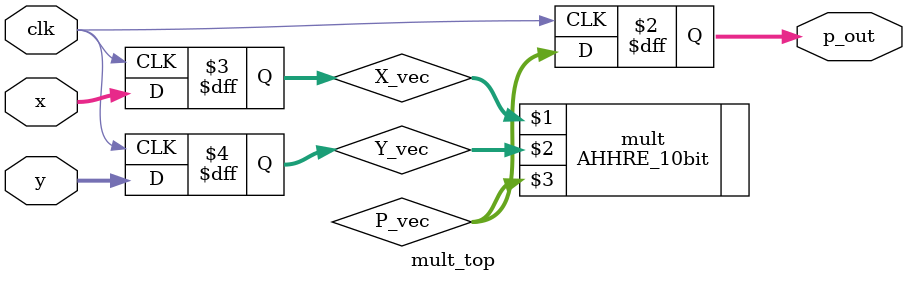
<source format=v>

`include "timescale.v"

module mult_top(
    // Clock and reset
    input clk,
    // Input X has a form x_i%d where %d denotes the bit number
    input  [15:0] x,
    // Input Y has a form y_i%d where %d denotes the bit number
    input  [15:0] y,
    // Output P has a form p_out%d where %d denotes the bit number
    output reg [31:0] p_out
    );

    
    // Now we have X_vec and Y_vec signal 
    // Then we do processing with these signals and store the 
    // intermidiate result in P_vec
    // For example purposes X_vec and Y_vec are concanated and stored in P_vec
    wire [31:0] P_vec;
    reg [15:0] X_vec;
    reg [15:0] Y_vec;
    
    AHHRE_10bit mult(X_vec,Y_vec,P_vec); 

 
    always @(posedge clk) 
    begin
        p_out = P_vec;
        X_vec = x;
        Y_vec = y;
    end

endmodule 


</source>
